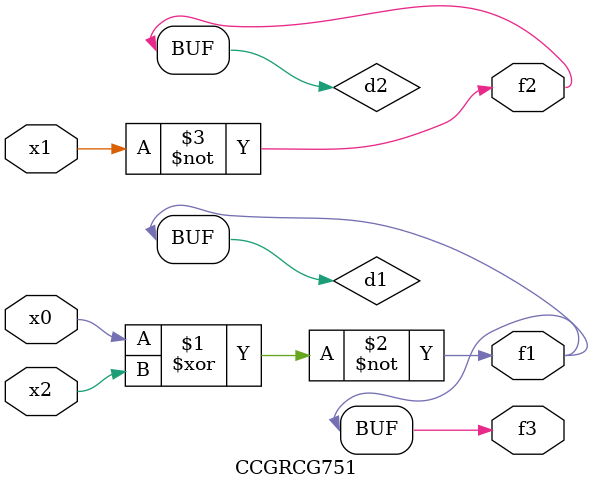
<source format=v>
module CCGRCG751(
	input x0, x1, x2,
	output f1, f2, f3
);

	wire d1, d2, d3;

	xnor (d1, x0, x2);
	nand (d2, x1);
	nor (d3, x1, x2);
	assign f1 = d1;
	assign f2 = d2;
	assign f3 = d1;
endmodule

</source>
